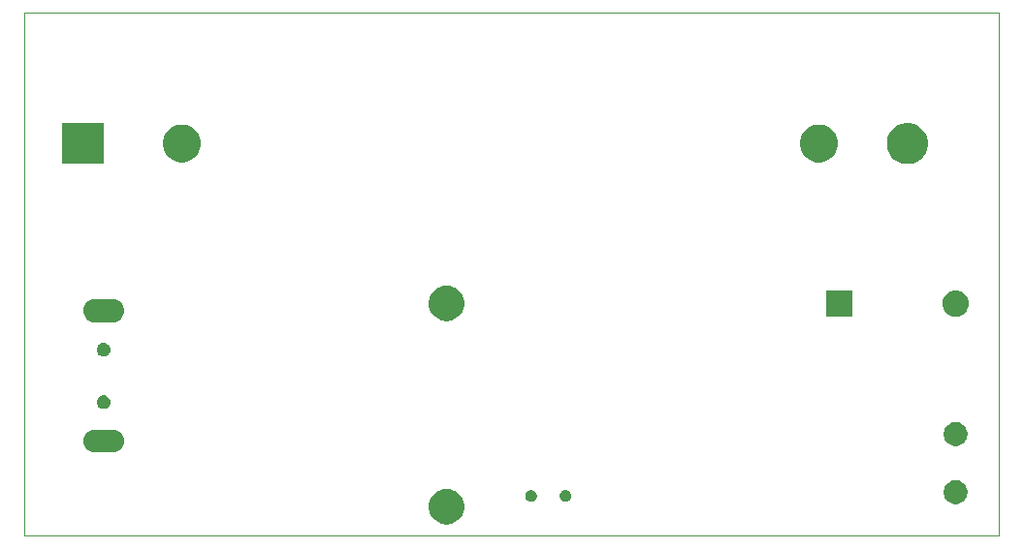
<source format=gbr>
%TF.GenerationSoftware,KiCad,Pcbnew,(5.1.2-1)-1*%
%TF.CreationDate,2020-04-26T16:50:05-07:00*%
%TF.ProjectId,Power Project,506f7765-7220-4507-926f-6a6563742e6b,rev?*%
%TF.SameCoordinates,Original*%
%TF.FileFunction,Soldermask,Bot*%
%TF.FilePolarity,Negative*%
%FSLAX46Y46*%
G04 Gerber Fmt 4.6, Leading zero omitted, Abs format (unit mm)*
G04 Created by KiCad (PCBNEW (5.1.2-1)-1) date 2020-04-26 16:50:05*
%MOMM*%
%LPD*%
G04 APERTURE LIST*
%ADD10C,0.050000*%
%ADD11C,0.150000*%
G04 APERTURE END LIST*
D10*
X86360000Y-100330000D02*
X86360000Y-101600000D01*
X171450000Y-100330000D02*
X86360000Y-100330000D01*
X171450000Y-146050000D02*
X171450000Y-100330000D01*
X86360000Y-146050000D02*
X171450000Y-146050000D01*
X86360000Y-144780000D02*
X86360000Y-146050000D01*
X86360000Y-143510000D02*
X86360000Y-144780000D01*
X86360000Y-101600000D02*
X86360000Y-143510000D01*
D11*
G36*
X123492585Y-141988802D02*
G01*
X123642410Y-142018604D01*
X123924674Y-142135521D01*
X124178705Y-142305259D01*
X124394741Y-142521295D01*
X124564479Y-142775326D01*
X124681396Y-143057590D01*
X124741000Y-143357240D01*
X124741000Y-143662760D01*
X124681396Y-143962410D01*
X124564479Y-144244674D01*
X124394741Y-144498705D01*
X124178705Y-144714741D01*
X123924674Y-144884479D01*
X123642410Y-145001396D01*
X123492585Y-145031198D01*
X123342761Y-145061000D01*
X123037239Y-145061000D01*
X122887415Y-145031198D01*
X122737590Y-145001396D01*
X122455326Y-144884479D01*
X122201295Y-144714741D01*
X121985259Y-144498705D01*
X121815521Y-144244674D01*
X121698604Y-143962410D01*
X121639000Y-143662760D01*
X121639000Y-143357240D01*
X121698604Y-143057590D01*
X121815521Y-142775326D01*
X121985259Y-142521295D01*
X122201295Y-142305259D01*
X122455326Y-142135521D01*
X122737590Y-142018604D01*
X122887415Y-141988802D01*
X123037239Y-141959000D01*
X123342761Y-141959000D01*
X123492585Y-141988802D01*
X123492585Y-141988802D01*
G37*
G36*
X167946416Y-141229879D02*
G01*
X168137592Y-141309067D01*
X168137594Y-141309068D01*
X168309648Y-141424031D01*
X168455969Y-141570352D01*
X168570933Y-141742408D01*
X168650121Y-141933584D01*
X168690490Y-142136534D01*
X168690490Y-142343466D01*
X168650121Y-142546416D01*
X168579821Y-142716135D01*
X168570932Y-142737594D01*
X168455969Y-142909648D01*
X168309648Y-143055969D01*
X168137594Y-143170932D01*
X168137593Y-143170933D01*
X168137592Y-143170933D01*
X167946416Y-143250121D01*
X167743466Y-143290490D01*
X167536534Y-143290490D01*
X167333584Y-143250121D01*
X167142408Y-143170933D01*
X167142407Y-143170933D01*
X167142406Y-143170932D01*
X166970352Y-143055969D01*
X166824031Y-142909648D01*
X166709068Y-142737594D01*
X166700179Y-142716135D01*
X166629879Y-142546416D01*
X166589510Y-142343466D01*
X166589510Y-142136534D01*
X166629879Y-141933584D01*
X166709067Y-141742408D01*
X166824031Y-141570352D01*
X166970352Y-141424031D01*
X167142406Y-141309068D01*
X167142408Y-141309067D01*
X167333584Y-141229879D01*
X167536534Y-141189510D01*
X167743466Y-141189510D01*
X167946416Y-141229879D01*
X167946416Y-141229879D01*
G37*
G36*
X133677740Y-142078626D02*
G01*
X133726136Y-142088253D01*
X133763902Y-142103896D01*
X133817311Y-142126019D01*
X133833048Y-142136534D01*
X133899369Y-142180848D01*
X133969152Y-142250631D01*
X133969153Y-142250633D01*
X134023981Y-142332689D01*
X134046104Y-142386098D01*
X134061747Y-142423864D01*
X134081000Y-142520656D01*
X134081000Y-142619344D01*
X134061747Y-142716136D01*
X134046104Y-142753902D01*
X134023981Y-142807311D01*
X134023980Y-142807312D01*
X133969152Y-142889369D01*
X133899369Y-142959152D01*
X133858062Y-142986752D01*
X133817311Y-143013981D01*
X133763902Y-143036104D01*
X133726136Y-143051747D01*
X133704910Y-143055969D01*
X133629345Y-143071000D01*
X133530655Y-143071000D01*
X133455090Y-143055969D01*
X133433864Y-143051747D01*
X133396098Y-143036104D01*
X133342689Y-143013981D01*
X133301938Y-142986752D01*
X133260631Y-142959152D01*
X133190848Y-142889369D01*
X133136020Y-142807312D01*
X133136019Y-142807311D01*
X133113896Y-142753902D01*
X133098253Y-142716136D01*
X133079000Y-142619344D01*
X133079000Y-142520656D01*
X133098253Y-142423864D01*
X133113896Y-142386098D01*
X133136019Y-142332689D01*
X133190847Y-142250633D01*
X133190848Y-142250631D01*
X133260631Y-142180848D01*
X133326952Y-142136534D01*
X133342689Y-142126019D01*
X133396098Y-142103896D01*
X133433864Y-142088253D01*
X133482260Y-142078626D01*
X133530655Y-142069000D01*
X133629345Y-142069000D01*
X133677740Y-142078626D01*
X133677740Y-142078626D01*
G37*
G36*
X130677740Y-142078626D02*
G01*
X130726136Y-142088253D01*
X130763902Y-142103896D01*
X130817311Y-142126019D01*
X130833048Y-142136534D01*
X130899369Y-142180848D01*
X130969152Y-142250631D01*
X130969153Y-142250633D01*
X131023981Y-142332689D01*
X131046104Y-142386098D01*
X131061747Y-142423864D01*
X131081000Y-142520656D01*
X131081000Y-142619344D01*
X131061747Y-142716136D01*
X131046104Y-142753902D01*
X131023981Y-142807311D01*
X131023980Y-142807312D01*
X130969152Y-142889369D01*
X130899369Y-142959152D01*
X130858062Y-142986752D01*
X130817311Y-143013981D01*
X130763902Y-143036104D01*
X130726136Y-143051747D01*
X130704910Y-143055969D01*
X130629345Y-143071000D01*
X130530655Y-143071000D01*
X130455090Y-143055969D01*
X130433864Y-143051747D01*
X130396098Y-143036104D01*
X130342689Y-143013981D01*
X130301938Y-142986752D01*
X130260631Y-142959152D01*
X130190848Y-142889369D01*
X130136020Y-142807312D01*
X130136019Y-142807311D01*
X130113896Y-142753902D01*
X130098253Y-142716136D01*
X130079000Y-142619344D01*
X130079000Y-142520656D01*
X130098253Y-142423864D01*
X130113896Y-142386098D01*
X130136019Y-142332689D01*
X130190847Y-142250633D01*
X130190848Y-142250631D01*
X130260631Y-142180848D01*
X130326952Y-142136534D01*
X130342689Y-142126019D01*
X130396098Y-142103896D01*
X130433864Y-142088253D01*
X130482260Y-142078626D01*
X130530655Y-142069000D01*
X130629345Y-142069000D01*
X130677740Y-142078626D01*
X130677740Y-142078626D01*
G37*
G36*
X94256228Y-136793483D02*
G01*
X94444922Y-136850723D01*
X94618815Y-136943671D01*
X94771239Y-137068761D01*
X94896329Y-137221185D01*
X94989277Y-137395078D01*
X95046517Y-137583772D01*
X95065843Y-137780000D01*
X95046517Y-137976228D01*
X94989277Y-138164922D01*
X94896329Y-138338815D01*
X94771239Y-138491239D01*
X94618815Y-138616329D01*
X94444922Y-138709277D01*
X94256228Y-138766517D01*
X94109175Y-138781000D01*
X92410825Y-138781000D01*
X92263772Y-138766517D01*
X92075078Y-138709277D01*
X91901185Y-138616329D01*
X91748761Y-138491239D01*
X91623671Y-138338815D01*
X91530723Y-138164922D01*
X91473483Y-137976228D01*
X91454157Y-137780000D01*
X91473483Y-137583772D01*
X91530723Y-137395078D01*
X91623671Y-137221185D01*
X91748761Y-137068761D01*
X91901185Y-136943671D01*
X92075078Y-136850723D01*
X92263772Y-136793483D01*
X92410825Y-136779000D01*
X94109175Y-136779000D01*
X94256228Y-136793483D01*
X94256228Y-136793483D01*
G37*
G36*
X167946416Y-136149879D02*
G01*
X168137592Y-136229067D01*
X168137594Y-136229068D01*
X168309648Y-136344031D01*
X168455969Y-136490352D01*
X168570933Y-136662408D01*
X168650121Y-136853584D01*
X168690490Y-137056534D01*
X168690490Y-137263466D01*
X168650121Y-137466416D01*
X168601511Y-137583770D01*
X168570932Y-137657594D01*
X168455969Y-137829648D01*
X168309648Y-137975969D01*
X168137594Y-138090932D01*
X168137593Y-138090933D01*
X168137592Y-138090933D01*
X167946416Y-138170121D01*
X167743466Y-138210490D01*
X167536534Y-138210490D01*
X167333584Y-138170121D01*
X167142408Y-138090933D01*
X167142407Y-138090933D01*
X167142406Y-138090932D01*
X166970352Y-137975969D01*
X166824031Y-137829648D01*
X166709068Y-137657594D01*
X166678489Y-137583770D01*
X166629879Y-137466416D01*
X166589510Y-137263466D01*
X166589510Y-137056534D01*
X166629879Y-136853584D01*
X166709067Y-136662408D01*
X166824031Y-136490352D01*
X166970352Y-136344031D01*
X167142406Y-136229068D01*
X167142408Y-136229067D01*
X167333584Y-136149879D01*
X167536534Y-136109510D01*
X167743466Y-136109510D01*
X167946416Y-136149879D01*
X167946416Y-136149879D01*
G37*
G36*
X93396601Y-133794397D02*
G01*
X93435305Y-133802096D01*
X93467340Y-133815365D01*
X93544680Y-133847400D01*
X93643115Y-133913173D01*
X93726827Y-133996885D01*
X93792600Y-134095320D01*
X93837904Y-134204696D01*
X93861000Y-134320805D01*
X93861000Y-134439195D01*
X93837904Y-134555304D01*
X93792600Y-134664680D01*
X93726827Y-134763115D01*
X93643115Y-134846827D01*
X93544680Y-134912600D01*
X93467340Y-134944635D01*
X93435305Y-134957904D01*
X93396601Y-134965603D01*
X93319195Y-134981000D01*
X93200805Y-134981000D01*
X93123399Y-134965603D01*
X93084695Y-134957904D01*
X93052660Y-134944635D01*
X92975320Y-134912600D01*
X92876885Y-134846827D01*
X92793173Y-134763115D01*
X92727400Y-134664680D01*
X92682096Y-134555304D01*
X92659000Y-134439195D01*
X92659000Y-134320805D01*
X92682096Y-134204696D01*
X92727400Y-134095320D01*
X92793173Y-133996885D01*
X92876885Y-133913173D01*
X92975320Y-133847400D01*
X93052660Y-133815365D01*
X93084695Y-133802096D01*
X93123399Y-133794397D01*
X93200805Y-133779000D01*
X93319195Y-133779000D01*
X93396601Y-133794397D01*
X93396601Y-133794397D01*
G37*
G36*
X93396601Y-129194397D02*
G01*
X93435305Y-129202096D01*
X93467340Y-129215365D01*
X93544680Y-129247400D01*
X93643115Y-129313173D01*
X93726827Y-129396885D01*
X93792600Y-129495320D01*
X93837904Y-129604696D01*
X93861000Y-129720805D01*
X93861000Y-129839195D01*
X93837904Y-129955304D01*
X93792600Y-130064680D01*
X93726827Y-130163115D01*
X93643115Y-130246827D01*
X93544680Y-130312600D01*
X93467340Y-130344635D01*
X93435305Y-130357904D01*
X93396601Y-130365603D01*
X93319195Y-130381000D01*
X93200805Y-130381000D01*
X93123399Y-130365603D01*
X93084695Y-130357904D01*
X93052660Y-130344635D01*
X92975320Y-130312600D01*
X92876885Y-130246827D01*
X92793173Y-130163115D01*
X92727400Y-130064680D01*
X92682096Y-129955304D01*
X92659000Y-129839195D01*
X92659000Y-129720805D01*
X92682096Y-129604696D01*
X92727400Y-129495320D01*
X92793173Y-129396885D01*
X92876885Y-129313173D01*
X92975320Y-129247400D01*
X93052660Y-129215365D01*
X93084695Y-129202096D01*
X93123399Y-129194397D01*
X93200805Y-129179000D01*
X93319195Y-129179000D01*
X93396601Y-129194397D01*
X93396601Y-129194397D01*
G37*
G36*
X94256228Y-125393483D02*
G01*
X94444922Y-125450723D01*
X94618815Y-125543671D01*
X94771239Y-125668761D01*
X94896329Y-125821185D01*
X94989277Y-125995078D01*
X95046517Y-126183772D01*
X95065843Y-126380000D01*
X95046517Y-126576228D01*
X94989277Y-126764922D01*
X94896329Y-126938815D01*
X94771239Y-127091239D01*
X94618815Y-127216329D01*
X94444922Y-127309277D01*
X94256228Y-127366517D01*
X94109175Y-127381000D01*
X92410825Y-127381000D01*
X92263772Y-127366517D01*
X92075078Y-127309277D01*
X91901185Y-127216329D01*
X91748761Y-127091239D01*
X91623671Y-126938815D01*
X91530723Y-126764922D01*
X91473483Y-126576228D01*
X91454157Y-126380000D01*
X91473483Y-126183772D01*
X91530723Y-125995078D01*
X91623671Y-125821185D01*
X91748761Y-125668761D01*
X91901185Y-125543671D01*
X92075078Y-125450723D01*
X92263772Y-125393483D01*
X92410825Y-125379000D01*
X94109175Y-125379000D01*
X94256228Y-125393483D01*
X94256228Y-125393483D01*
G37*
G36*
X123492585Y-124208802D02*
G01*
X123642410Y-124238604D01*
X123924674Y-124355521D01*
X124178705Y-124525259D01*
X124394741Y-124741295D01*
X124564479Y-124995326D01*
X124681396Y-125277590D01*
X124704449Y-125393484D01*
X124741000Y-125577239D01*
X124741000Y-125882761D01*
X124726504Y-125955635D01*
X124681396Y-126182410D01*
X124564479Y-126464674D01*
X124394741Y-126718705D01*
X124178705Y-126934741D01*
X123924674Y-127104479D01*
X123642410Y-127221396D01*
X123492585Y-127251198D01*
X123342761Y-127281000D01*
X123037239Y-127281000D01*
X122887415Y-127251198D01*
X122737590Y-127221396D01*
X122455326Y-127104479D01*
X122201295Y-126934741D01*
X121985259Y-126718705D01*
X121815521Y-126464674D01*
X121698604Y-126182410D01*
X121653496Y-125955635D01*
X121639000Y-125882761D01*
X121639000Y-125577239D01*
X121675551Y-125393484D01*
X121698604Y-125277590D01*
X121815521Y-124995326D01*
X121985259Y-124741295D01*
X122201295Y-124525259D01*
X122455326Y-124355521D01*
X122737590Y-124238604D01*
X122887415Y-124208802D01*
X123037239Y-124179000D01*
X123342761Y-124179000D01*
X123492585Y-124208802D01*
X123492585Y-124208802D01*
G37*
G36*
X167809271Y-124590103D02*
G01*
X167865635Y-124595654D01*
X168082600Y-124661470D01*
X168082602Y-124661471D01*
X168282555Y-124768347D01*
X168457818Y-124912182D01*
X168601653Y-125087445D01*
X168703287Y-125277591D01*
X168708530Y-125287400D01*
X168774346Y-125504365D01*
X168796569Y-125730000D01*
X168781524Y-125882760D01*
X168774346Y-125955634D01*
X168708529Y-126172602D01*
X168601653Y-126372555D01*
X168457818Y-126547818D01*
X168282555Y-126691653D01*
X168082602Y-126798529D01*
X168082600Y-126798530D01*
X167865635Y-126864346D01*
X167809271Y-126869897D01*
X167696545Y-126881000D01*
X167583455Y-126881000D01*
X167470729Y-126869897D01*
X167414365Y-126864346D01*
X167197400Y-126798530D01*
X167197398Y-126798529D01*
X166997445Y-126691653D01*
X166822182Y-126547818D01*
X166678347Y-126372555D01*
X166571471Y-126172602D01*
X166505654Y-125955634D01*
X166498477Y-125882760D01*
X166483431Y-125730000D01*
X166505654Y-125504365D01*
X166571470Y-125287400D01*
X166576713Y-125277591D01*
X166678347Y-125087445D01*
X166822182Y-124912182D01*
X166997445Y-124768347D01*
X167197398Y-124661471D01*
X167197400Y-124661470D01*
X167414365Y-124595654D01*
X167470729Y-124590103D01*
X167583455Y-124579000D01*
X167696545Y-124579000D01*
X167809271Y-124590103D01*
X167809271Y-124590103D01*
G37*
G36*
X158631000Y-126881000D02*
G01*
X156329000Y-126881000D01*
X156329000Y-124579000D01*
X158631000Y-124579000D01*
X158631000Y-126881000D01*
X158631000Y-126881000D01*
G37*
G36*
X163965331Y-110028211D02*
G01*
X164293092Y-110163974D01*
X164588070Y-110361072D01*
X164838928Y-110611930D01*
X165036026Y-110906908D01*
X165171789Y-111234669D01*
X165241000Y-111582616D01*
X165241000Y-111937384D01*
X165171789Y-112285331D01*
X165036026Y-112613092D01*
X164838928Y-112908070D01*
X164588070Y-113158928D01*
X164293092Y-113356026D01*
X163965331Y-113491789D01*
X163617384Y-113561000D01*
X163262616Y-113561000D01*
X162914669Y-113491789D01*
X162586908Y-113356026D01*
X162291930Y-113158928D01*
X162041072Y-112908070D01*
X161843974Y-112613092D01*
X161708211Y-112285331D01*
X161639000Y-111937384D01*
X161639000Y-111582616D01*
X161708211Y-111234669D01*
X161843974Y-110906908D01*
X162041072Y-110611930D01*
X162291930Y-110361072D01*
X162586908Y-110163974D01*
X162914669Y-110028211D01*
X163262616Y-109959000D01*
X163617384Y-109959000D01*
X163965331Y-110028211D01*
X163965331Y-110028211D01*
G37*
G36*
X93241000Y-113561000D02*
G01*
X89639000Y-113561000D01*
X89639000Y-109959000D01*
X93241000Y-109959000D01*
X93241000Y-113561000D01*
X93241000Y-113561000D01*
G37*
G36*
X156070256Y-110151298D02*
G01*
X156176579Y-110172447D01*
X156477042Y-110296903D01*
X156747451Y-110477585D01*
X156977415Y-110707549D01*
X157158097Y-110977958D01*
X157158098Y-110977960D01*
X157282553Y-111278422D01*
X157346000Y-111597389D01*
X157346000Y-111922611D01*
X157343061Y-111937384D01*
X157282553Y-112241579D01*
X157158097Y-112542042D01*
X156977415Y-112812451D01*
X156747451Y-113042415D01*
X156477042Y-113223097D01*
X156176579Y-113347553D01*
X156133987Y-113356025D01*
X155857611Y-113411000D01*
X155532389Y-113411000D01*
X155256013Y-113356025D01*
X155213421Y-113347553D01*
X154912958Y-113223097D01*
X154642549Y-113042415D01*
X154412585Y-112812451D01*
X154231903Y-112542042D01*
X154107447Y-112241579D01*
X154046939Y-111937384D01*
X154044000Y-111922611D01*
X154044000Y-111597389D01*
X154107447Y-111278422D01*
X154231902Y-110977960D01*
X154231903Y-110977958D01*
X154412585Y-110707549D01*
X154642549Y-110477585D01*
X154912958Y-110296903D01*
X155213421Y-110172447D01*
X155319744Y-110151298D01*
X155532389Y-110109000D01*
X155857611Y-110109000D01*
X156070256Y-110151298D01*
X156070256Y-110151298D01*
G37*
G36*
X100460256Y-110151298D02*
G01*
X100566579Y-110172447D01*
X100867042Y-110296903D01*
X101137451Y-110477585D01*
X101367415Y-110707549D01*
X101548097Y-110977958D01*
X101548098Y-110977960D01*
X101672553Y-111278422D01*
X101736000Y-111597389D01*
X101736000Y-111922611D01*
X101733061Y-111937384D01*
X101672553Y-112241579D01*
X101548097Y-112542042D01*
X101367415Y-112812451D01*
X101137451Y-113042415D01*
X100867042Y-113223097D01*
X100566579Y-113347553D01*
X100523987Y-113356025D01*
X100247611Y-113411000D01*
X99922389Y-113411000D01*
X99646013Y-113356025D01*
X99603421Y-113347553D01*
X99302958Y-113223097D01*
X99032549Y-113042415D01*
X98802585Y-112812451D01*
X98621903Y-112542042D01*
X98497447Y-112241579D01*
X98436939Y-111937384D01*
X98434000Y-111922611D01*
X98434000Y-111597389D01*
X98497447Y-111278422D01*
X98621902Y-110977960D01*
X98621903Y-110977958D01*
X98802585Y-110707549D01*
X99032549Y-110477585D01*
X99302958Y-110296903D01*
X99603421Y-110172447D01*
X99709744Y-110151298D01*
X99922389Y-110109000D01*
X100247611Y-110109000D01*
X100460256Y-110151298D01*
X100460256Y-110151298D01*
G37*
M02*

</source>
